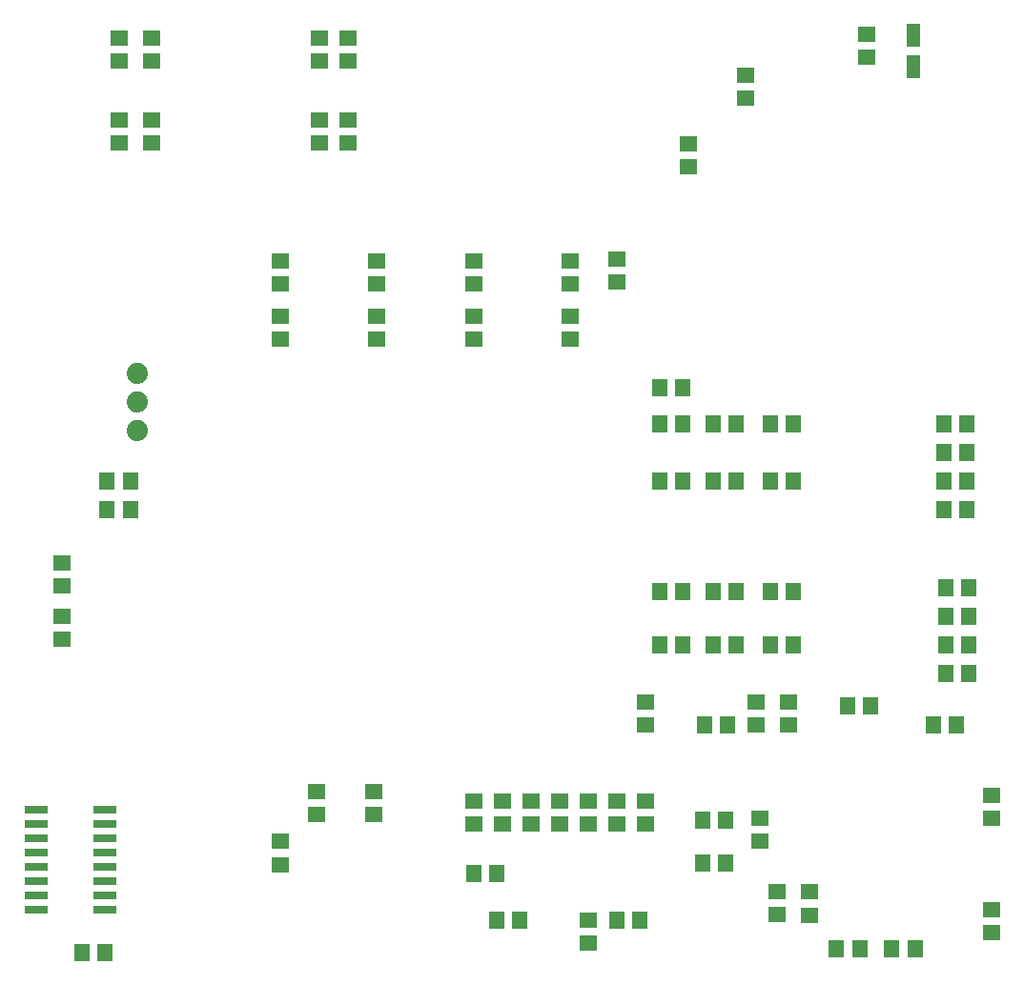
<source format=gtp>
G04 MADE WITH FRITZING*
G04 WWW.FRITZING.ORG*
G04 DOUBLE SIDED*
G04 HOLES PLATED*
G04 CONTOUR ON CENTER OF CONTOUR VECTOR*
%ASAXBY*%
%FSLAX23Y23*%
%MOIN*%
%OFA0B0*%
%SFA1.0B1.0*%
%ADD10C,0.074000*%
%ADD11R,0.055118X0.059055*%
%ADD12R,0.047244X0.078740*%
%ADD13R,0.080000X0.026000*%
%ADD14R,0.059055X0.055118*%
%ADD15R,0.001000X0.001000*%
%LNPASTEMASK1*%
G90*
G70*
G54D10*
X607Y2476D03*
X607Y2376D03*
X607Y2276D03*
G54D11*
X2619Y1526D03*
X2700Y1526D03*
X2619Y1713D03*
X2700Y1713D03*
X2619Y2101D03*
X2700Y2101D03*
X2619Y2301D03*
X2700Y2301D03*
X2432Y1526D03*
X2513Y1526D03*
X2432Y1713D03*
X2513Y1713D03*
X2432Y2101D03*
X2513Y2101D03*
X2432Y2301D03*
X2513Y2301D03*
G54D12*
X3319Y3551D03*
X3319Y3661D03*
G54D13*
X252Y951D03*
X252Y901D03*
X252Y851D03*
X252Y801D03*
X252Y751D03*
X252Y701D03*
X252Y651D03*
X252Y601D03*
X494Y601D03*
X494Y651D03*
X494Y701D03*
X494Y751D03*
X494Y801D03*
X494Y851D03*
X494Y901D03*
X494Y951D03*
G54D11*
X414Y451D03*
X494Y451D03*
G54D14*
X344Y1626D03*
X344Y1545D03*
X2532Y3201D03*
X2532Y3281D03*
X3157Y3663D03*
X3157Y3582D03*
X2732Y3519D03*
X2732Y3438D03*
X344Y1813D03*
X344Y1732D03*
G54D11*
X501Y2101D03*
X582Y2101D03*
G54D14*
X1344Y3282D03*
X1344Y3363D03*
X1244Y3570D03*
X1244Y3651D03*
X1344Y3570D03*
X1344Y3651D03*
X1244Y3282D03*
X1244Y3363D03*
X657Y3570D03*
X657Y3651D03*
X544Y3570D03*
X544Y3651D03*
X657Y3282D03*
X657Y3363D03*
X544Y3282D03*
X544Y3363D03*
G54D11*
X3507Y2301D03*
X3426Y2301D03*
X3507Y2001D03*
X3426Y2001D03*
X3507Y2101D03*
X3426Y2101D03*
X3507Y2201D03*
X3426Y2201D03*
X2432Y2426D03*
X2513Y2426D03*
X3513Y1426D03*
X3432Y1426D03*
X3513Y1526D03*
X3432Y1526D03*
X3513Y1626D03*
X3432Y1626D03*
X3513Y1726D03*
X3432Y1726D03*
G54D14*
X1107Y2595D03*
X1107Y2676D03*
X1444Y2595D03*
X1444Y2676D03*
X1782Y2595D03*
X1782Y2676D03*
X2119Y2595D03*
X2119Y2676D03*
X1107Y2869D03*
X1107Y2788D03*
X1444Y2869D03*
X1444Y2788D03*
X1782Y2869D03*
X1782Y2788D03*
X2119Y2869D03*
X2119Y2788D03*
G54D11*
X2819Y2101D03*
X2900Y2101D03*
X2900Y2301D03*
X2819Y2301D03*
X1864Y563D03*
X1944Y563D03*
X2363Y563D03*
X2282Y563D03*
X501Y2001D03*
X582Y2001D03*
X3169Y1313D03*
X3089Y1313D03*
G54D14*
X2769Y1326D03*
X2769Y1245D03*
X2082Y901D03*
X2082Y981D03*
X1232Y932D03*
X1232Y1013D03*
X1107Y757D03*
X1107Y838D03*
X2282Y2795D03*
X2282Y2876D03*
X1982Y901D03*
X1982Y981D03*
G54D11*
X1863Y726D03*
X1782Y726D03*
G54D14*
X1782Y981D03*
X1782Y901D03*
G54D11*
X3469Y1247D03*
X3389Y1247D03*
G54D14*
X2382Y1245D03*
X2382Y1326D03*
X3594Y920D03*
X3594Y1001D03*
G54D11*
X3245Y463D03*
X3326Y463D03*
X3132Y463D03*
X3051Y463D03*
G54D14*
X3594Y520D03*
X3594Y601D03*
X2957Y662D03*
X2957Y581D03*
G54D11*
X2582Y913D03*
X2663Y913D03*
X2582Y763D03*
X2663Y763D03*
G54D14*
X2844Y582D03*
X2844Y663D03*
X2182Y482D03*
X2182Y563D03*
X1882Y901D03*
X1882Y981D03*
X2182Y901D03*
X2182Y981D03*
X1432Y932D03*
X1432Y1013D03*
X2782Y838D03*
X2782Y919D03*
X2282Y901D03*
X2282Y981D03*
X2382Y901D03*
X2382Y981D03*
G54D11*
X2819Y1526D03*
X2900Y1526D03*
X2900Y1713D03*
X2819Y1713D03*
X2669Y1247D03*
X2589Y1247D03*
G54D14*
X2882Y1245D03*
X2882Y1326D03*
G54D15*
D02*
G04 End of PasteMask1*
M02*
</source>
